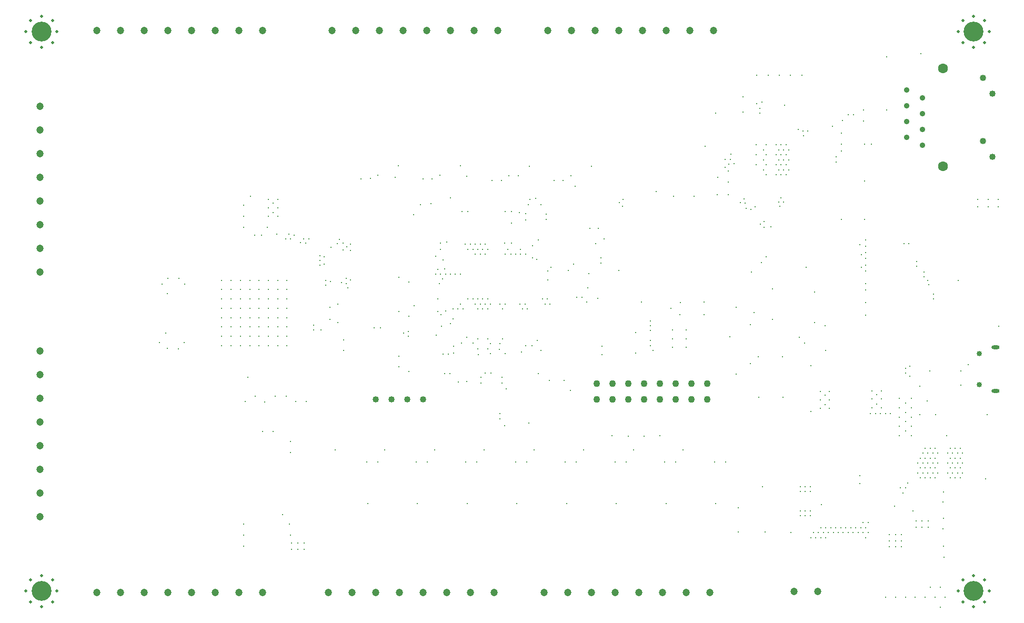
<source format=gbr>
%TF.GenerationSoftware,Altium Limited,Altium Designer,24.2.2 (26)*%
G04 Layer_Color=0*
%FSLAX45Y45*%
%MOMM*%
%TF.SameCoordinates,A2E2EA48-9257-4B33-8537-14B19699C7D1*%
%TF.FilePolarity,Positive*%
%TF.FileFunction,Plated,1,6,PTH,Drill*%
%TF.Part,Single*%
G01*
G75*
%TA.AperFunction,ComponentDrill*%
%ADD176C,0.89000*%
%ADD177C,1.02000*%
%ADD178C,1.60000*%
%ADD179C,1.20000*%
%ADD180C,1.20000*%
%ADD181C,1.10000*%
%ADD182C,3.20000*%
%ADD183C,0.85000*%
%ADD184O,1.30000X0.60000*%
%ADD185C,1.02000*%
%TA.AperFunction,ViaDrill,NotFilled*%
%ADD186C,0.30000*%
%ADD187C,0.50000*%
D176*
X16675000Y9677000D02*
D03*
Y9931000D02*
D03*
Y10185000D02*
D03*
Y10439000D02*
D03*
X16421001Y9804000D02*
D03*
Y10058000D02*
D03*
Y10312000D02*
D03*
Y10566000D02*
D03*
D177*
X17800000Y9489000D02*
D03*
X17648000Y10754000D02*
D03*
X17800000Y10500000D02*
D03*
X17648000Y9743000D02*
D03*
D178*
X17005000Y9334000D02*
D03*
Y10909000D02*
D03*
D179*
X9781000Y2480000D02*
D03*
X9400000D02*
D03*
X9019000D02*
D03*
X8638000D02*
D03*
X8257000D02*
D03*
X7495000D02*
D03*
X7114000D02*
D03*
X7876000D02*
D03*
X7171500Y11520000D02*
D03*
X7552500D02*
D03*
X7933500D02*
D03*
X8314500D02*
D03*
X8695500D02*
D03*
X9457500D02*
D03*
X9838500D02*
D03*
X9076500D02*
D03*
X12551500D02*
D03*
X13313499D02*
D03*
X12932500D02*
D03*
X12170500D02*
D03*
X11789500D02*
D03*
X11408500D02*
D03*
X11027500D02*
D03*
X10646500D02*
D03*
X11351000Y2480000D02*
D03*
X10589000D02*
D03*
X10970000D02*
D03*
X11732000D02*
D03*
X12113000D02*
D03*
X12494000D02*
D03*
X12875000D02*
D03*
X13256000D02*
D03*
X5294000Y11520000D02*
D03*
X6056000D02*
D03*
X5675000D02*
D03*
X4913000D02*
D03*
X4532000D02*
D03*
X4151000D02*
D03*
X3770000D02*
D03*
X3389000D02*
D03*
X4155000Y2480000D02*
D03*
X3393000D02*
D03*
X3774000D02*
D03*
X4536000D02*
D03*
X4917000D02*
D03*
X5298000D02*
D03*
X5679000D02*
D03*
X6060000D02*
D03*
X14609502Y2490000D02*
D03*
X14990501D02*
D03*
D180*
X2480000Y5605000D02*
D03*
Y6367000D02*
D03*
Y5986000D02*
D03*
Y5224000D02*
D03*
Y4843000D02*
D03*
Y4462000D02*
D03*
Y4081000D02*
D03*
Y3700000D02*
D03*
Y9538000D02*
D03*
Y10300000D02*
D03*
Y9919000D02*
D03*
Y9157000D02*
D03*
Y8776000D02*
D03*
Y8395000D02*
D03*
Y8014000D02*
D03*
Y7633000D02*
D03*
D181*
X12700000Y5842000D02*
D03*
X12953999Y5588000D02*
D03*
X11430000D02*
D03*
Y5842000D02*
D03*
X11684000Y5588000D02*
D03*
Y5842000D02*
D03*
X11938000Y5588000D02*
D03*
Y5842000D02*
D03*
X12192000Y5588000D02*
D03*
Y5842000D02*
D03*
X12446000Y5588000D02*
D03*
Y5842000D02*
D03*
X12700000Y5588000D02*
D03*
X12953999Y5842000D02*
D03*
X13208000Y5588000D02*
D03*
Y5842000D02*
D03*
D182*
X2500000Y2500000D02*
D03*
Y11500000D02*
D03*
X17500000D02*
D03*
Y2500000D02*
D03*
D183*
X17585001Y6320000D02*
D03*
Y5820000D02*
D03*
D184*
X17855000Y6420000D02*
D03*
Y5720000D02*
D03*
D185*
X7874000Y5588000D02*
D03*
X8128000D02*
D03*
X8382000D02*
D03*
X8636000D02*
D03*
D186*
X6800000Y8170000D02*
D03*
X6755031Y8102121D02*
D03*
X6434070Y8170930D02*
D03*
X6482146Y8239636D02*
D03*
X7472403Y8081602D02*
D03*
X7350000Y7990000D02*
D03*
X7410000Y8040000D02*
D03*
X7256459Y8092918D02*
D03*
X7050000Y7760000D02*
D03*
Y7880000D02*
D03*
X6980000Y7745000D02*
D03*
Y7820000D02*
D03*
X7150000Y7480000D02*
D03*
X7325754Y7460607D02*
D03*
X7427854Y7380364D02*
D03*
X7470000Y7510000D02*
D03*
X14764709Y9826457D02*
D03*
X14750000Y9900000D02*
D03*
X14680363Y9927854D02*
D03*
X14130000Y8450000D02*
D03*
X14070000Y8400000D02*
D03*
X14128564Y8353148D02*
D03*
X14232391Y8358592D02*
D03*
X14383717Y8688849D02*
D03*
X14393541Y8827082D02*
D03*
X13980000Y8680000D02*
D03*
X13917918Y8637918D02*
D03*
X13839999Y8660000D02*
D03*
X13746021Y8752330D02*
D03*
X13807671Y8813979D02*
D03*
X13500000Y9318684D02*
D03*
Y9444348D02*
D03*
X13380000Y9160000D02*
D03*
X13639999Y9380000D02*
D03*
X13589999Y9530000D02*
D03*
X13563033Y9373033D02*
D03*
X13552081Y9257918D02*
D03*
X13588467Y9443588D02*
D03*
X11853033Y8804350D02*
D03*
X11846852Y8691435D02*
D03*
X11800000Y8750000D02*
D03*
X11790000Y7655651D02*
D03*
X11500000Y7865652D02*
D03*
X10490000Y8150000D02*
D03*
X15689999Y7910000D02*
D03*
X14800000Y7710000D02*
D03*
X15763933Y8149999D02*
D03*
X11500000Y7780000D02*
D03*
X5754915Y3220000D02*
D03*
Y3400000D02*
D03*
Y3580000D02*
D03*
X6507073Y3400000D02*
D03*
X6489659Y3580000D02*
D03*
X6380000Y3730000D02*
D03*
X6502244Y4730000D02*
D03*
X6502329Y4910000D02*
D03*
X6590000Y5550000D02*
D03*
X12870000Y6560000D02*
D03*
X12650000D02*
D03*
Y6420000D02*
D03*
X12870000D02*
D03*
Y6700000D02*
D03*
X12650000D02*
D03*
X14480017Y9680011D02*
D03*
X14520016Y9600011D02*
D03*
X14480017Y9520011D02*
D03*
X14520016Y9440011D02*
D03*
X14480017Y9360011D02*
D03*
X14520016Y9280011D02*
D03*
X14480017Y9200011D02*
D03*
X14400017Y9680011D02*
D03*
X14440018Y9600011D02*
D03*
X14400017Y9520011D02*
D03*
X14440018Y9440011D02*
D03*
X14400017Y9360011D02*
D03*
X14440018Y9280011D02*
D03*
X14400017Y9200011D02*
D03*
X14320016Y9680011D02*
D03*
X14360017Y9600011D02*
D03*
X14320016Y9520011D02*
D03*
X14360017Y9440011D02*
D03*
X14320016Y9360011D02*
D03*
X14360017Y9280011D02*
D03*
X14320016Y9200011D02*
D03*
X14160017Y9680011D02*
D03*
Y9520011D02*
D03*
Y9360011D02*
D03*
Y9200011D02*
D03*
X14120016Y9600011D02*
D03*
Y9440011D02*
D03*
Y9280011D02*
D03*
X14000015Y9680011D02*
D03*
Y9520011D02*
D03*
Y9360011D02*
D03*
X9240011Y7600009D02*
D03*
X8840010D02*
D03*
X9720011Y6480008D02*
D03*
X9680011Y8000009D02*
D03*
X10200012Y7120008D02*
D03*
X9560011D02*
D03*
X9480011Y7920009D02*
D03*
X8920010Y7600009D02*
D03*
X9080011Y6800008D02*
D03*
X9560011Y8080009D02*
D03*
X10320012Y7040008D02*
D03*
X9720011Y7120008D02*
D03*
X8880010Y7200008D02*
D03*
X9640011Y8080009D02*
D03*
X9960012Y7920009D02*
D03*
X9000010Y7600009D02*
D03*
X9320011Y8080009D02*
D03*
X10240012Y7040008D02*
D03*
X9080011Y7600009D02*
D03*
X9680011Y6560008D02*
D03*
X9520011Y8000009D02*
D03*
X9600011Y7200008D02*
D03*
X9360011Y8000009D02*
D03*
Y7200008D02*
D03*
X9160011Y7600009D02*
D03*
X9520011Y6400008D02*
D03*
X9560011Y7920009D02*
D03*
X9600011Y8000009D02*
D03*
X10280012Y7120008D02*
D03*
X9120011Y7040008D02*
D03*
X9680011Y6400008D02*
D03*
X9120011Y6880008D02*
D03*
X9200011Y7040008D02*
D03*
X9600011D02*
D03*
X9920012D02*
D03*
X9960012Y7120008D02*
D03*
X9400011Y8080009D02*
D03*
X9520011Y7200008D02*
D03*
X8880010Y7680009D02*
D03*
X9280011Y7040008D02*
D03*
X9520011D02*
D03*
X9440011Y8000009D02*
D03*
X9880011Y7120008D02*
D03*
X9640011Y7920009D02*
D03*
X9960012Y6320007D02*
D03*
X9640011Y7120008D02*
D03*
X10600012D02*
D03*
X9480011Y8080009D02*
D03*
X9240011Y7120008D02*
D03*
X9720011Y6320007D02*
D03*
X10000012Y8000009D02*
D03*
X10640013Y7200008D02*
D03*
X9920012Y6560008D02*
D03*
X9680011Y7040008D02*
D03*
X9480011Y7120008D02*
D03*
X9680011Y7200008D02*
D03*
X9520011Y6560008D02*
D03*
X9880011Y6480008D02*
D03*
X10680012Y7120008D02*
D03*
X9440011Y7200008D02*
D03*
X10560012D02*
D03*
X6150000Y8800000D02*
D03*
X6300000D02*
D03*
Y8670000D02*
D03*
X6150000D02*
D03*
X6300000Y8530000D02*
D03*
X6150000D02*
D03*
X6230000Y8590000D02*
D03*
Y8740000D02*
D03*
X16139999Y3210000D02*
D03*
X16239999D02*
D03*
X16339999D02*
D03*
X16139999Y3310000D02*
D03*
Y3410000D02*
D03*
X16239999Y3310000D02*
D03*
Y3410000D02*
D03*
X16339999D02*
D03*
Y3310000D02*
D03*
X16160019Y5360006D02*
D03*
X16080019D02*
D03*
X16000018D02*
D03*
X15920020D02*
D03*
X15840019D02*
D03*
X16959993Y2559999D02*
D03*
X17039993Y2399999D02*
D03*
X16959993Y2239999D02*
D03*
X16799992Y2559999D02*
D03*
X16879993Y2399999D02*
D03*
X16719994D02*
D03*
X16559993D02*
D03*
X16399992D02*
D03*
X16239993D02*
D03*
X16079993D02*
D03*
X15800018Y3600004D02*
D03*
X15760019Y3520004D02*
D03*
X15800018Y3440004D02*
D03*
X15760019Y3360004D02*
D03*
X15720018Y3600004D02*
D03*
X15680019Y3520004D02*
D03*
X15720018Y3440004D02*
D03*
X15600018Y3520004D02*
D03*
X15640018Y3440004D02*
D03*
X15520018Y3520004D02*
D03*
X15560017Y3440004D02*
D03*
X15440018Y3520004D02*
D03*
X15480019Y3440004D02*
D03*
X15360017Y3520004D02*
D03*
X15400018Y3440004D02*
D03*
X15280019Y3520004D02*
D03*
X15320018Y3440004D02*
D03*
X15200018Y3520004D02*
D03*
X15240018Y3440004D02*
D03*
X15120018Y3520004D02*
D03*
X15160017Y3440004D02*
D03*
X15120018Y3360004D02*
D03*
X15040018Y3520004D02*
D03*
X15080019Y3440004D02*
D03*
X15040018Y3360004D02*
D03*
X15000017Y3440004D02*
D03*
X14960017Y3360004D02*
D03*
X14920016Y3440004D02*
D03*
X14880017Y3360004D02*
D03*
X17280020Y4800006D02*
D03*
X17320020Y4720006D02*
D03*
X17280020Y4640005D02*
D03*
X17320020Y4560005D02*
D03*
X17280020Y4480005D02*
D03*
X17320020Y4400005D02*
D03*
X17280020Y4320005D02*
D03*
X17200020Y4800006D02*
D03*
X17240021Y4720006D02*
D03*
X17200020Y4640005D02*
D03*
X17240021Y4560005D02*
D03*
X17200020Y4480005D02*
D03*
X17240021Y4400005D02*
D03*
X17200020Y4320005D02*
D03*
X17120020Y4800006D02*
D03*
X17160020Y4720006D02*
D03*
X17120020Y4640005D02*
D03*
X17160020Y4560005D02*
D03*
X17120020Y4480005D02*
D03*
X17160020Y4400005D02*
D03*
X17120020Y4320005D02*
D03*
X17080020Y4720006D02*
D03*
Y4560005D02*
D03*
Y4400005D02*
D03*
X16880020Y4800006D02*
D03*
X16920020Y4720006D02*
D03*
X16880020Y4640005D02*
D03*
X16920020Y4560005D02*
D03*
X16880020Y4480005D02*
D03*
X16920020Y4400005D02*
D03*
X16880020Y4320005D02*
D03*
X16800020Y4800006D02*
D03*
X16840021Y4720006D02*
D03*
X16800020Y4640005D02*
D03*
X16840021Y4560005D02*
D03*
X16800020Y4480005D02*
D03*
X16840021Y4400005D02*
D03*
X16800020Y4320005D02*
D03*
X16720020Y4800006D02*
D03*
X16760020Y4720006D02*
D03*
X16720020Y4640005D02*
D03*
X16760020Y4560005D02*
D03*
X16720020Y4480005D02*
D03*
X16760020Y4400005D02*
D03*
X16720020Y4320005D02*
D03*
X16680019Y4720006D02*
D03*
X16640021Y4640005D02*
D03*
X16680019Y4560005D02*
D03*
X16640021Y4480005D02*
D03*
X16680019Y4400005D02*
D03*
X16640021Y4320005D02*
D03*
X16600018Y4560005D02*
D03*
Y4400005D02*
D03*
X16440019Y4240005D02*
D03*
X16400018Y4160005D02*
D03*
X16320020D02*
D03*
X16360019Y4080005D02*
D03*
X15860001Y5720000D02*
D03*
X16010001D02*
D03*
Y5590000D02*
D03*
X15860001D02*
D03*
X16010001Y5450000D02*
D03*
X15860001D02*
D03*
X15939999Y5510000D02*
D03*
Y5660000D02*
D03*
X17560001Y8680000D02*
D03*
Y8800000D02*
D03*
X17730000D02*
D03*
X17889999D02*
D03*
Y8680000D02*
D03*
X17730000D02*
D03*
X16500000Y5600000D02*
D03*
X16400000Y5525000D02*
D03*
X16300000Y5600000D02*
D03*
X16500000Y5450000D02*
D03*
X16400000Y5375000D02*
D03*
X16300000Y5450000D02*
D03*
X16500000Y5300000D02*
D03*
X16400000Y5225000D02*
D03*
X16300000Y5300000D02*
D03*
Y5150000D02*
D03*
X16400000Y5075000D02*
D03*
X16500000Y5150000D02*
D03*
Y5000000D02*
D03*
X16300000D02*
D03*
X7470000Y7980000D02*
D03*
X6880000Y6780000D02*
D03*
X7000000Y6700000D02*
D03*
X6880000D02*
D03*
X8770000Y8730000D02*
D03*
X8490000Y8560000D02*
D03*
X13180000Y9660000D02*
D03*
X16520000Y3790000D02*
D03*
X14880000Y6130000D02*
D03*
X15670000Y4360000D02*
D03*
Y4230000D02*
D03*
X15050000Y3890000D02*
D03*
X14139999Y3455000D02*
D03*
X13710001Y3452329D02*
D03*
Y3840000D02*
D03*
X14100000Y4180000D02*
D03*
X17060001Y5000000D02*
D03*
X16630000Y5340000D02*
D03*
X16889999D02*
D03*
X16400000Y6005000D02*
D03*
Y6080000D02*
D03*
X17289999Y5810000D02*
D03*
X17689999Y4310000D02*
D03*
X17720000Y5340000D02*
D03*
X17010001Y4098000D02*
D03*
X17005000Y3930000D02*
D03*
X17005000Y3502000D02*
D03*
X17010001Y3670000D02*
D03*
X17025436Y3047607D02*
D03*
X17010001Y3220000D02*
D03*
X16770000Y3530000D02*
D03*
Y3630000D02*
D03*
X16670000D02*
D03*
Y3530000D02*
D03*
X16570000Y3630000D02*
D03*
Y3530000D02*
D03*
X15110001Y5650000D02*
D03*
Y5500000D02*
D03*
X15030000Y5440000D02*
D03*
X15180000D02*
D03*
X15030000Y5580000D02*
D03*
X15180000D02*
D03*
Y5710000D02*
D03*
X15030000D02*
D03*
X16630000Y5800000D02*
D03*
X16230000Y3870000D02*
D03*
X14870000Y4100000D02*
D03*
Y4180000D02*
D03*
X14789999D02*
D03*
Y4100000D02*
D03*
X14710001Y4180000D02*
D03*
Y4100000D02*
D03*
X14560001Y3440000D02*
D03*
X14710001Y3710000D02*
D03*
Y3790000D02*
D03*
X14789999Y3710000D02*
D03*
Y3790000D02*
D03*
X14870000D02*
D03*
Y3710000D02*
D03*
X9910000Y5850000D02*
D03*
X11107856Y7227856D02*
D03*
X11197856D02*
D03*
X10620000Y8480000D02*
D03*
X9530000Y6300000D02*
D03*
X9342300Y5870000D02*
D03*
X9340000Y6580000D02*
D03*
X9440000Y6490000D02*
D03*
X9260000D02*
D03*
X8250000Y6280000D02*
D03*
X10050000Y7920000D02*
D03*
X9070000Y6000000D02*
D03*
X8990000D02*
D03*
X9730000Y6010000D02*
D03*
X9640000D02*
D03*
X9870000Y6390000D02*
D03*
X9210000Y5860000D02*
D03*
X9050000Y6310000D02*
D03*
X8527000Y4579999D02*
D03*
X9327000D02*
D03*
X7730000Y4580000D02*
D03*
X10127000Y4579999D02*
D03*
X9000000Y7010000D02*
D03*
X8500000Y7090000D02*
D03*
X10927000Y4579999D02*
D03*
X12527000D02*
D03*
X11727000D02*
D03*
X13327000D02*
D03*
X8950000Y7520000D02*
D03*
X8900000Y7450000D02*
D03*
X7400000Y7530000D02*
D03*
X7070000Y7500000D02*
D03*
X7400000Y7450000D02*
D03*
X7070000Y7420000D02*
D03*
X17410001Y6140000D02*
D03*
X14430000Y5620000D02*
D03*
X14420000Y6270000D02*
D03*
X9980000Y5750000D02*
D03*
X8850000Y6620000D02*
D03*
X12670000Y8850000D02*
D03*
X10060000Y8420000D02*
D03*
X10290000Y8570000D02*
D03*
X10189200Y8590800D02*
D03*
X10290000Y8470000D02*
D03*
X13961540Y6982329D02*
D03*
X13919814Y7630000D02*
D03*
X14079816Y7790001D02*
D03*
X14160001Y7880000D02*
D03*
X14260001Y7360000D02*
D03*
Y6870000D02*
D03*
X14940001Y7311539D02*
D03*
X14939999Y6821539D02*
D03*
X15111539Y6768461D02*
D03*
X15120000Y6371539D02*
D03*
X10650000Y7510000D02*
D03*
X10980000Y7660000D02*
D03*
X10130000Y7920000D02*
D03*
X10210000D02*
D03*
X10448565Y8816852D02*
D03*
X9082311Y8830000D02*
D03*
X9270000Y8610000D02*
D03*
X9360000D02*
D03*
X11090000Y9010000D02*
D03*
X7913000Y9190000D02*
D03*
X8910328Y9190000D02*
D03*
X11020000Y9180000D02*
D03*
X10020000D02*
D03*
X10170000D02*
D03*
X9338734Y9173577D02*
D03*
X8192311Y9160000D02*
D03*
X11350827Y9331155D02*
D03*
X10350827D02*
D03*
X8243827Y9341155D02*
D03*
X9241156Y9341156D02*
D03*
X10892499Y9110000D02*
D03*
X10749742D02*
D03*
X9897328D02*
D03*
X9752157D02*
D03*
X8782499Y9130000D02*
D03*
X8639742D02*
D03*
X7795796Y9140625D02*
D03*
X7640000Y9130000D02*
D03*
X15562856Y10162391D02*
D03*
X5860000Y8850000D02*
D03*
X5750000Y8710000D02*
D03*
X14041151Y5620000D02*
D03*
X8403033Y6596967D02*
D03*
X8400000Y6680000D02*
D03*
X16470000Y5960000D02*
D03*
X16789999Y6040000D02*
D03*
X17289999D02*
D03*
X16470000Y6120000D02*
D03*
X9960000Y8610000D02*
D03*
X10060000D02*
D03*
X10398849Y7863717D02*
D03*
X10470000Y7840000D02*
D03*
X10694626Y7710278D02*
D03*
X8330000Y6648078D02*
D03*
X7850000Y6740000D02*
D03*
X7950000D02*
D03*
X8982819Y7687181D02*
D03*
X13507001Y4579999D02*
D03*
X13349329Y3907500D02*
D03*
X12823131Y4770000D02*
D03*
X12707000Y4579999D02*
D03*
X12549329Y3907500D02*
D03*
X12023131Y4770000D02*
D03*
X11907000Y4579999D02*
D03*
X11749330Y3907500D02*
D03*
X11223131Y4770000D02*
D03*
X11107000Y4579999D02*
D03*
X10949329Y3907500D02*
D03*
X10423131Y4770000D02*
D03*
X10307000Y4579999D02*
D03*
X10149329Y3907500D02*
D03*
X9623131Y4770000D02*
D03*
X9507000Y4579999D02*
D03*
X9349330Y3907500D02*
D03*
X8823131Y4770000D02*
D03*
X8707000Y4579999D02*
D03*
X8549329Y3907500D02*
D03*
X8023131Y4770000D02*
D03*
X7752330Y3907500D02*
D03*
X7226131Y4770000D02*
D03*
X7910000Y4580000D02*
D03*
X9950000Y5160000D02*
D03*
X9880000Y5270000D02*
D03*
Y5360000D02*
D03*
X9570000Y5850000D02*
D03*
X9568125Y5939377D02*
D03*
X9950000Y8100000D02*
D03*
X10060000D02*
D03*
X13680000Y5990000D02*
D03*
X13580000Y6590000D02*
D03*
X13904784Y6783632D02*
D03*
X14693245Y6580000D02*
D03*
X14780000Y6490000D02*
D03*
X14031152Y6270000D02*
D03*
X13910001Y6160000D02*
D03*
X14880000Y5390000D02*
D03*
X11290000Y7380000D02*
D03*
X11450000Y7210000D02*
D03*
X13789999Y10210000D02*
D03*
X13350000Y10190000D02*
D03*
X13789999Y10450000D02*
D03*
X11310000Y7610556D02*
D03*
X13000000Y8850000D02*
D03*
X12390670Y8930000D02*
D03*
X12150000Y7150000D02*
D03*
X13678461Y7067000D02*
D03*
X16755000Y5560000D02*
D03*
X9130000Y6327700D02*
D03*
X12300000Y6850000D02*
D03*
X12770000Y6950000D02*
D03*
X12300000Y6530000D02*
D03*
Y6690000D02*
D03*
Y6770000D02*
D03*
X13160001Y6950000D02*
D03*
Y7150000D02*
D03*
X12630000Y7050000D02*
D03*
X12779500Y7142001D02*
D03*
X12340000Y6370000D02*
D03*
X12300000Y6450000D02*
D03*
X8960000Y7830000D02*
D03*
X9910000Y5940000D02*
D03*
X10490000Y6000000D02*
D03*
X10390000Y6450000D02*
D03*
X10480000Y6530000D02*
D03*
X10220000Y6350000D02*
D03*
X10290000Y6450000D02*
D03*
X10540000Y6370000D02*
D03*
X8840000Y7890000D02*
D03*
X8940000Y6760000D02*
D03*
X11680000Y5000000D02*
D03*
X12450000D02*
D03*
X10340000Y5200000D02*
D03*
X12194000Y4993932D02*
D03*
X11940000D02*
D03*
X11520000Y6300000D02*
D03*
Y6440000D02*
D03*
X12056068Y6328447D02*
D03*
Y6661555D02*
D03*
X11057856Y7760001D02*
D03*
X10650000Y7650000D02*
D03*
X11320000Y8340000D02*
D03*
X11420000Y8090000D02*
D03*
X11460000Y8340000D02*
D03*
X11556068Y8162857D02*
D03*
X8931337Y6945324D02*
D03*
X8880000Y7000000D02*
D03*
X16850000Y7280000D02*
D03*
X16760001Y7500000D02*
D03*
X16700000Y7630000D02*
D03*
X16380000Y8090000D02*
D03*
X15763931Y6940000D02*
D03*
X16455000Y8090000D02*
D03*
X16850000Y7205000D02*
D03*
X16772330Y7426020D02*
D03*
X16700000Y7555000D02*
D03*
X16580000Y7805000D02*
D03*
Y7730000D02*
D03*
X15689999Y7710000D02*
D03*
X15760001Y7850000D02*
D03*
X15763933Y7948333D02*
D03*
X15760001Y7450000D02*
D03*
X15763931Y7140000D02*
D03*
X15763933Y7343333D02*
D03*
Y7746666D02*
D03*
X15760001Y8050000D02*
D03*
X15670000Y8070000D02*
D03*
X9130000Y6440000D02*
D03*
X8960000Y6310000D02*
D03*
X15760001Y7650000D02*
D03*
X11270624Y7148126D02*
D03*
X10907768Y5888125D02*
D03*
X10673393Y5890536D02*
D03*
X14825000Y9900000D02*
D03*
X14089999Y10370000D02*
D03*
X14010001Y10340000D02*
D03*
X10400000Y8060000D02*
D03*
X10210000Y8000000D02*
D03*
X10290000Y7920000D02*
D03*
X14360001Y8760000D02*
D03*
X14438631Y8760488D02*
D03*
X9020000Y8120000D02*
D03*
X13820000Y8740000D02*
D03*
X14060001Y10190000D02*
D03*
Y10270000D02*
D03*
X15370000Y9690000D02*
D03*
Y9580000D02*
D03*
Y8480000D02*
D03*
X15725024Y10060000D02*
D03*
Y10240000D02*
D03*
X15742438Y8480000D02*
D03*
X15739999Y9100000D02*
D03*
X15744946Y9690000D02*
D03*
X15850000D02*
D03*
X15230000Y9980000D02*
D03*
X15477144Y10162391D02*
D03*
X15384752Y10069999D02*
D03*
X15368851Y9868573D02*
D03*
X15289999Y9404288D02*
D03*
Y9490000D02*
D03*
X16101540Y11100000D02*
D03*
X16650000Y11150000D02*
D03*
X13550000Y9080000D02*
D03*
X13372501Y8873932D02*
D03*
X13547501D02*
D03*
X8920000Y8100000D02*
D03*
Y8000000D02*
D03*
X14732391Y10803739D02*
D03*
X14552393D02*
D03*
X14372392D02*
D03*
X14192392D02*
D03*
X14010001Y10800000D02*
D03*
X14458105Y10314287D02*
D03*
X10360000Y8800000D02*
D03*
X10332974Y8721286D02*
D03*
X7350000Y8100000D02*
D03*
X7290000Y8160000D02*
D03*
X7160000Y8030000D02*
D03*
X6980000Y7900000D02*
D03*
X6662824Y8107633D02*
D03*
X6714667Y8165333D02*
D03*
X6563033Y8223033D02*
D03*
X6510000Y8170000D02*
D03*
X11010000Y5730000D02*
D03*
X8249375Y6111876D02*
D03*
X8409376Y6031876D02*
D03*
X8249375Y7001876D02*
D03*
X8409376Y6921876D02*
D03*
X8249375Y7551876D02*
D03*
X8409376Y7471876D02*
D03*
X10538125Y8720625D02*
D03*
X10618125Y8560625D02*
D03*
X8600000Y8720000D02*
D03*
X6450000Y6450000D02*
D03*
Y7500000D02*
D03*
X5400000D02*
D03*
Y7050000D02*
D03*
Y7200000D02*
D03*
X5550000D02*
D03*
Y7350000D02*
D03*
X5700000D02*
D03*
Y7500000D02*
D03*
X6450000Y7200000D02*
D03*
Y7350000D02*
D03*
Y6900000D02*
D03*
Y7050000D02*
D03*
Y6600000D02*
D03*
Y6750000D02*
D03*
X6300000Y7500000D02*
D03*
Y7200000D02*
D03*
Y7350000D02*
D03*
Y6900000D02*
D03*
Y7050000D02*
D03*
Y6600000D02*
D03*
Y6750000D02*
D03*
Y6450000D02*
D03*
X6150000Y7500000D02*
D03*
Y7200000D02*
D03*
Y7350000D02*
D03*
Y6900000D02*
D03*
Y7050000D02*
D03*
Y6600000D02*
D03*
Y6750000D02*
D03*
Y6450000D02*
D03*
X6000000D02*
D03*
Y6750000D02*
D03*
Y6600000D02*
D03*
Y7050000D02*
D03*
Y6900000D02*
D03*
Y7350000D02*
D03*
Y7200000D02*
D03*
Y7500000D02*
D03*
X5820000Y5940000D02*
D03*
X5750000Y8350000D02*
D03*
X4803477Y7440000D02*
D03*
X4700000Y6400000D02*
D03*
X5550000Y7500000D02*
D03*
X5850000D02*
D03*
X5700000Y7200000D02*
D03*
X5850000D02*
D03*
Y7350000D02*
D03*
X5400000D02*
D03*
Y6900000D02*
D03*
X5550000D02*
D03*
X5700000D02*
D03*
X5850000D02*
D03*
Y7050000D02*
D03*
X5700000D02*
D03*
X5550000D02*
D03*
X5400000Y6600000D02*
D03*
X5550000D02*
D03*
X5700000D02*
D03*
X5850000D02*
D03*
Y6750000D02*
D03*
X5700000D02*
D03*
X5550000D02*
D03*
X5400000D02*
D03*
X5850000Y6450000D02*
D03*
X5700000D02*
D03*
X5550000D02*
D03*
X5400000D02*
D03*
X5930000Y8230000D02*
D03*
X4535000Y7533477D02*
D03*
X4710000D02*
D03*
X7360000Y6370000D02*
D03*
X7360000Y6540000D02*
D03*
X7265000Y7119999D02*
D03*
X7267500Y6820000D02*
D03*
X7142857Y6870000D02*
D03*
Y7070001D02*
D03*
X6040000Y8230000D02*
D03*
X4800000Y6500000D02*
D03*
X5750000Y8530000D02*
D03*
X6290000Y8240000D02*
D03*
X6130000Y8350000D02*
D03*
X4525000Y6406523D02*
D03*
X4526167Y7290000D02*
D03*
X4441524Y7440000D02*
D03*
X4500000Y6650000D02*
D03*
X4400000Y6500000D02*
D03*
X6725000Y3275000D02*
D03*
Y3175000D02*
D03*
X6625000Y3275000D02*
D03*
Y3175000D02*
D03*
X6525000D02*
D03*
Y3275000D02*
D03*
X6260000Y5634814D02*
D03*
X6440000D02*
D03*
X6760000Y5550000D02*
D03*
X6090000Y5540171D02*
D03*
X5940000Y5637314D02*
D03*
X5780000Y5550171D02*
D03*
X6060000Y5070000D02*
D03*
X6230000D02*
D03*
X17250000Y7500000D02*
D03*
X17902586Y6762586D02*
D03*
X16100000Y10240000D02*
D03*
D187*
X2750000Y2500000D02*
D03*
X2676776Y2323224D02*
D03*
X2500000Y2250001D02*
D03*
X2323224Y2323224D02*
D03*
X2250001Y2500000D02*
D03*
X2323224Y2676776D02*
D03*
X2500000Y2750000D02*
D03*
X2676776Y2676776D02*
D03*
X2750000Y11500000D02*
D03*
X2676776Y11323224D02*
D03*
X2500000Y11250001D02*
D03*
X2323224Y11323224D02*
D03*
X2250001Y11500000D02*
D03*
X2323224Y11676776D02*
D03*
X2500000Y11750000D02*
D03*
X2676776Y11676776D02*
D03*
X17750000Y11500000D02*
D03*
X17676776Y11323224D02*
D03*
X17500000Y11250001D02*
D03*
X17323224Y11323224D02*
D03*
X17250002Y11500000D02*
D03*
X17323224Y11676776D02*
D03*
X17500000Y11750000D02*
D03*
X17676776Y11676776D02*
D03*
X17750000Y2500000D02*
D03*
X17676776Y2323224D02*
D03*
X17500000Y2250001D02*
D03*
X17323224Y2323224D02*
D03*
X17250002Y2500000D02*
D03*
X17323224Y2676776D02*
D03*
X17500000Y2750000D02*
D03*
X17676776Y2676776D02*
D03*
%TF.MD5,6d61c705de0a6dc3bdb4f91d9ae181cc*%
M02*

</source>
